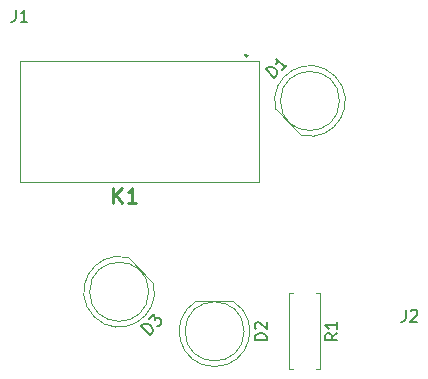
<source format=gto>
G04 #@! TF.GenerationSoftware,KiCad,Pcbnew,5.1.10*
G04 #@! TF.CreationDate,2021-05-04T21:35:11+02:00*
G04 #@! TF.ProjectId,Weichensimulator-45links,57656963-6865-46e7-9369-6d756c61746f,rev?*
G04 #@! TF.SameCoordinates,Original*
G04 #@! TF.FileFunction,Legend,Top*
G04 #@! TF.FilePolarity,Positive*
%FSLAX46Y46*%
G04 Gerber Fmt 4.6, Leading zero omitted, Abs format (unit mm)*
G04 Created by KiCad (PCBNEW 5.1.10) date 2021-05-04 21:35:11*
%MOMM*%
%LPD*%
G01*
G04 APERTURE LIST*
%ADD10C,0.120000*%
%ADD11C,0.200000*%
%ADD12C,0.100000*%
%ADD13C,0.150000*%
%ADD14C,0.254000*%
%ADD15C,3.200000*%
%ADD16C,1.800000*%
%ADD17C,1.500000*%
%ADD18R,1.800000X1.800000*%
%ADD19O,1.600000X1.600000*%
%ADD20C,1.600000*%
%ADD21O,1.700000X1.700000*%
%ADD22R,1.700000X1.700000*%
G04 APERTURE END LIST*
D10*
X156305352Y-100589688D02*
X158490312Y-102774648D01*
X161708026Y-99871974D02*
G75*
G03*
X161708026Y-99871974I-2500000J0D01*
G01*
X161321950Y-97757398D02*
G75*
G02*
X158490192Y-102774528I-2113924J-2114576D01*
G01*
X161322602Y-97758050D02*
G75*
G03*
X156305472Y-100589808I-2114576J-2113924D01*
G01*
D11*
X153770000Y-95990000D02*
X153770000Y-95990000D01*
X153670000Y-95990000D02*
X153670000Y-95990000D01*
X153770000Y-95990000D02*
X153770000Y-95990000D01*
D12*
X154870000Y-106700000D02*
X154870000Y-96500000D01*
X134670000Y-106700000D02*
X154870000Y-106700000D01*
X134670000Y-96500000D02*
X134670000Y-106700000D01*
X154870000Y-96500000D02*
X134670000Y-96500000D01*
D11*
X153870000Y-95990000D02*
G75*
G02*
X153770000Y-95990000I-50000J0D01*
G01*
X153970000Y-95990000D02*
G75*
G02*
X153670000Y-95990000I-150000J0D01*
G01*
X153870000Y-95990000D02*
G75*
G02*
X153770000Y-95990000I-50000J0D01*
G01*
D10*
X153630000Y-119380000D02*
G75*
G03*
X153630000Y-119380000I-2500000J0D01*
G01*
X152675000Y-116820000D02*
X149585000Y-116820000D01*
X151129538Y-122370000D02*
G75*
G03*
X152674830Y-116820000I462J2990000D01*
G01*
X151130462Y-122370000D02*
G75*
G02*
X149585170Y-116820000I-462J2990000D01*
G01*
X145954648Y-115310312D02*
X143769688Y-113125352D01*
X145551974Y-116028026D02*
G75*
G03*
X145551974Y-116028026I-2500000J0D01*
G01*
X140938050Y-118142602D02*
G75*
G02*
X143769808Y-113125472I2113924J2114576D01*
G01*
X140937398Y-118141950D02*
G75*
G03*
X145954528Y-115310192I2114576J2113924D01*
G01*
X157440000Y-122590000D02*
X157770000Y-122590000D01*
X157440000Y-116170000D02*
X157440000Y-122590000D01*
X157770000Y-116170000D02*
X157440000Y-116170000D01*
X160060000Y-122590000D02*
X159730000Y-122590000D01*
X160060000Y-116170000D02*
X160060000Y-122590000D01*
X159730000Y-116170000D02*
X160060000Y-116170000D01*
D13*
X156205852Y-97913625D02*
X155498745Y-97206519D01*
X155667104Y-97038160D01*
X155801791Y-96970816D01*
X155936478Y-96970816D01*
X156037493Y-97004488D01*
X156205852Y-97105503D01*
X156306867Y-97206519D01*
X156407883Y-97374877D01*
X156441554Y-97475893D01*
X156441554Y-97610580D01*
X156374211Y-97745267D01*
X156205852Y-97913625D01*
X157283348Y-96836129D02*
X156879287Y-97240190D01*
X157081318Y-97038160D02*
X156374211Y-96331053D01*
X156407883Y-96499412D01*
X156407883Y-96634099D01*
X156374211Y-96735114D01*
D14*
X142572619Y-108524523D02*
X142572619Y-107254523D01*
X143298333Y-108524523D02*
X142754047Y-107798809D01*
X143298333Y-107254523D02*
X142572619Y-107980238D01*
X144507857Y-108524523D02*
X143782142Y-108524523D01*
X144145000Y-108524523D02*
X144145000Y-107254523D01*
X144024047Y-107435952D01*
X143903095Y-107556904D01*
X143782142Y-107617380D01*
D13*
X155542380Y-120118095D02*
X154542380Y-120118095D01*
X154542380Y-119880000D01*
X154590000Y-119737142D01*
X154685238Y-119641904D01*
X154780476Y-119594285D01*
X154970952Y-119546666D01*
X155113809Y-119546666D01*
X155304285Y-119594285D01*
X155399523Y-119641904D01*
X155494761Y-119737142D01*
X155542380Y-119880000D01*
X155542380Y-120118095D01*
X154637619Y-119165714D02*
X154590000Y-119118095D01*
X154542380Y-119022857D01*
X154542380Y-118784761D01*
X154590000Y-118689523D01*
X154637619Y-118641904D01*
X154732857Y-118594285D01*
X154828095Y-118594285D01*
X154970952Y-118641904D01*
X155542380Y-119213333D01*
X155542380Y-118594285D01*
X145650086Y-119669961D02*
X144942979Y-118962855D01*
X145111338Y-118794496D01*
X145246025Y-118727152D01*
X145380712Y-118727152D01*
X145481727Y-118760824D01*
X145650086Y-118861839D01*
X145751101Y-118962855D01*
X145852117Y-119131213D01*
X145885788Y-119232229D01*
X145885788Y-119366916D01*
X145818445Y-119501603D01*
X145650086Y-119669961D01*
X145582742Y-118323091D02*
X146020475Y-117885358D01*
X146054147Y-118390435D01*
X146155162Y-118289419D01*
X146256178Y-118255748D01*
X146323521Y-118255748D01*
X146424536Y-118289419D01*
X146592895Y-118457778D01*
X146626567Y-118558793D01*
X146626567Y-118626137D01*
X146592895Y-118727152D01*
X146390865Y-118929183D01*
X146289849Y-118962855D01*
X146222506Y-118962855D01*
X161512380Y-119546666D02*
X161036190Y-119880000D01*
X161512380Y-120118095D02*
X160512380Y-120118095D01*
X160512380Y-119737142D01*
X160560000Y-119641904D01*
X160607619Y-119594285D01*
X160702857Y-119546666D01*
X160845714Y-119546666D01*
X160940952Y-119594285D01*
X160988571Y-119641904D01*
X161036190Y-119737142D01*
X161036190Y-120118095D01*
X161512380Y-118594285D02*
X161512380Y-119165714D01*
X161512380Y-118880000D02*
X160512380Y-118880000D01*
X160655238Y-118975238D01*
X160750476Y-119070476D01*
X160798095Y-119165714D01*
X134286666Y-92162380D02*
X134286666Y-92876666D01*
X134239047Y-93019523D01*
X134143809Y-93114761D01*
X134000952Y-93162380D01*
X133905714Y-93162380D01*
X135286666Y-93162380D02*
X134715238Y-93162380D01*
X135000952Y-93162380D02*
X135000952Y-92162380D01*
X134905714Y-92305238D01*
X134810476Y-92400476D01*
X134715238Y-92448095D01*
X167306666Y-117562380D02*
X167306666Y-118276666D01*
X167259047Y-118419523D01*
X167163809Y-118514761D01*
X167020952Y-118562380D01*
X166925714Y-118562380D01*
X167735238Y-117657619D02*
X167782857Y-117610000D01*
X167878095Y-117562380D01*
X168116190Y-117562380D01*
X168211428Y-117610000D01*
X168259047Y-117657619D01*
X168306666Y-117752857D01*
X168306666Y-117848095D01*
X168259047Y-117990952D01*
X167687619Y-118562380D01*
X168306666Y-118562380D01*
%LPC*%
D15*
X156210000Y-110490000D03*
D16*
X160106051Y-98973949D03*
D12*
G36*
X158310000Y-102042792D02*
G01*
X157037208Y-100770000D01*
X158310000Y-99497208D01*
X159582792Y-100770000D01*
X158310000Y-102042792D01*
G37*
D17*
X153670000Y-97790000D03*
X151130000Y-97790000D03*
X146050000Y-97790000D03*
X140970000Y-97790000D03*
X135890000Y-97790000D03*
X135890000Y-105410000D03*
X140970000Y-105410000D03*
X146050000Y-105410000D03*
X151130000Y-105410000D03*
X153670000Y-105410000D03*
D18*
X151130000Y-118110000D03*
D16*
X151130000Y-120650000D03*
X142153949Y-116926051D03*
D12*
G36*
X143950000Y-113857208D02*
G01*
X145222792Y-115130000D01*
X143950000Y-116402792D01*
X142677208Y-115130000D01*
X143950000Y-113857208D01*
G37*
D19*
X158750000Y-123190000D03*
D20*
X158750000Y-115570000D03*
D21*
X137160000Y-90170000D03*
D22*
X137160000Y-92710000D03*
X167640000Y-113030000D03*
D21*
X165100000Y-113030000D03*
X165100000Y-115570000D03*
D22*
X167640000Y-115570000D03*
D15*
X135890000Y-123190000D03*
M02*

</source>
